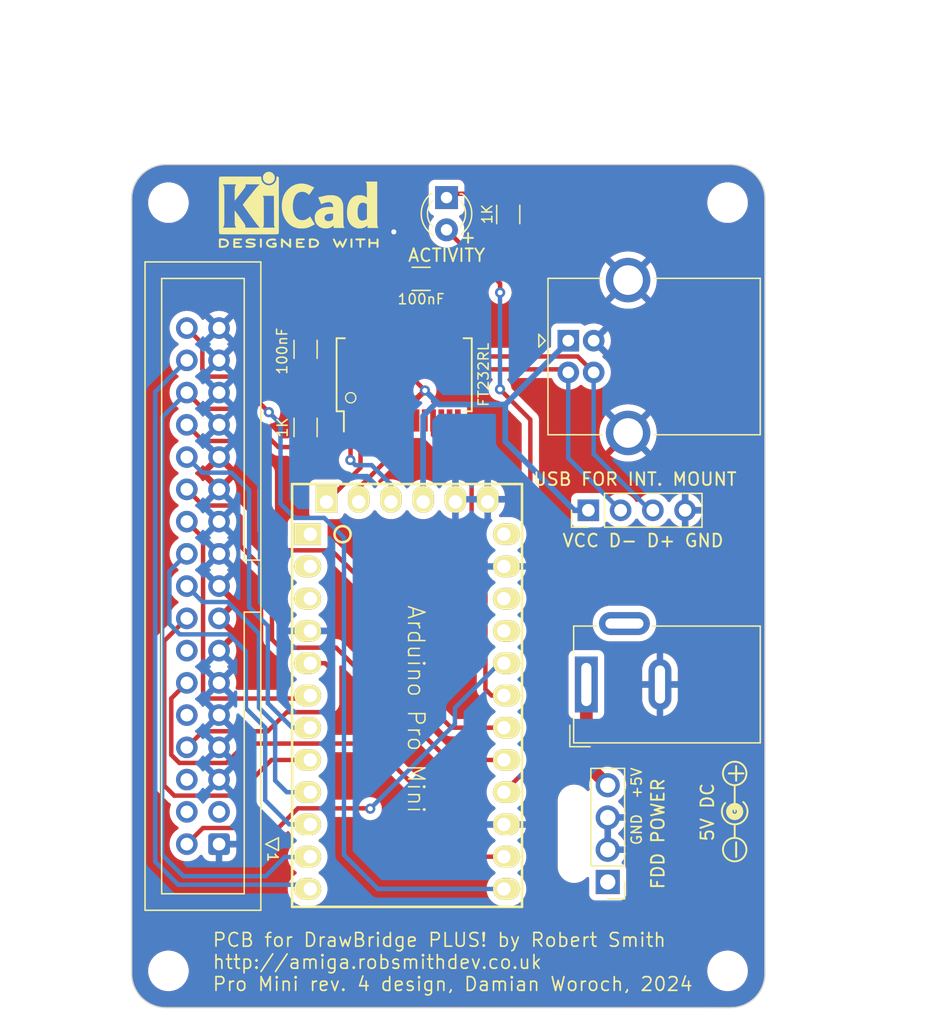
<source format=kicad_pcb>
(kicad_pcb (version 20240108) (generator "pcbnew") (generator_version "8.0")
  (title_block (title "PCB for DrawBridge PLUS!") (rev "4"))
  (layers (0 "F.Cu" signal) (31 "B.Cu" signal) (34 "B.Paste" user) (35 "F.Paste" user) (36 "B.SilkS" user "B.Silkscreen") (37 "F.SilkS" user "F.Silkscreen") (38 "B.Mask" user) (39 "F.Mask" user) (44 "Edge.Cuts" user))
  (net 0 "")
  (net 1 "GND")
  (net 2 "VCC")
  (net 3 "Net-(U1-3V3OUT)")
  (net 4 "Net-(D2-K)")
  (net 5 "Net-(D2-A)")
  (net 6 "+5V")
  (net 7 "CTS")
  (net 8 "RXD")
  (net 9 "DTR")
  (net 10 "TXD")
  (net 11 "Net-(J1-D-)")
  (net 12 "Net-(J1-D+)")
  (net 13 "Net-(J2-Pin_2)")
  (net 17 "Net-(J2-Pin_8)")
  (net 19 "Net-(J2-Pin_12)")
  (net 21 "Net-(J2-Pin_16)")
  (net 22 "Net-(J2-Pin_18)")
  (net 23 "Net-(J2-Pin_20)")
  (net 24 "Net-(J2-Pin_22)")
  (net 25 "Net-(J2-Pin_24)")
  (net 26 "Net-(J2-Pin_26)")
  (net 27 "Net-(J2-Pin_28)")
  (net 28 "Net-(J2-Pin_30)")
  (net 29 "Net-(J2-Pin_32)")
  (net 30 "Net-(J2-Pin_34)")
  (footprint "Capacitor_SMD:C_1206_3216Metric_Pad1.33x1.80mm_HandSolder" (layer "F.Cu") (at 13.7 14.55 90)
    (property "Reference" "C1" (hide yes))
    (property "Value" "100nF" (at -0.1375 -1.85 90) (layer "F.SilkS") (effects (font (size 0.8 0.8) (thickness 0.12))))
    (pad "1" smd roundrect (at -1.5625 0 90) (size 1.325 1.8) (layers "F.Cu" "F.Paste" "F.Mask") (roundrect_rratio 0.1886777358) (net 2 "VCC"))
    (pad "2" smd roundrect (at 1.5625 0 90) (size 1.325 1.8) (layers "F.Cu" "F.Paste" "F.Mask") (roundrect_rratio 0.1886777358) (net 1 "GND"))
  )
  (footprint "Capacitor_SMD:C_1206_3216Metric_Pad1.33x1.80mm_HandSolder" (layer "F.Cu") (at 22.8 9 180)
    (property "Reference" "C2" (hide yes))
    (property "Value" "100nF" (at 0 -1.6 0) (layer "F.SilkS") (effects (font (size 0.8 0.8) (thickness 0.12))))
    (pad "1" smd roundrect (at -1.5625 0 180) (size 1.325 1.8) (layers "F.Cu" "F.Paste" "F.Mask") (roundrect_rratio 0.1886777358) (net 3 "Net-(U1-3V3OUT)"))
    (pad "2" smd roundrect (at 1.5625 0 180) (size 1.325 1.8) (layers "F.Cu" "F.Paste" "F.Mask") (roundrect_rratio 0.1886777358) (net 1 "GND"))
  )
  (footprint "Connector_USB:USB_B_OST_USB-B1HSxx_Horizontal" (layer "F.Cu") (at 34.392079 13.8684)
    (property "Reference" "J1" (hide yes))
    (property "Value" "USB_B")
    (pad "1" thru_hole rect (at 0 0) (size 1.7 1.7) (drill 0.92) (layers "*.Cu" "*.Mask") (net 2 "VCC"))
    (pad "2" thru_hole circle (at 0 2.5) (size 1.7 1.7) (drill 0.92) (layers "*.Cu" "*.Mask") (net 11 "Net-(J1-D-)"))
    (pad "3" thru_hole circle (at 2 2.5) (size 1.7 1.7) (drill 0.92) (layers "*.Cu" "*.Mask") (net 12 "Net-(J1-D+)"))
    (pad "4" thru_hole circle (at 2 0) (size 1.7 1.7) (drill 0.92) (layers "*.Cu" "*.Mask") (net 1 "GND"))
    (pad "5" thru_hole circle (at 4.71 -4.77) (size 3.5 3.5) (drill 2.33) (layers "*.Cu" "*.Mask") (net 1 "GND"))
    (pad "5" thru_hole circle (at 4.71 7.27) (size 3.5 3.5) (drill 2.33) (layers "*.Cu" "*.Mask") (net 1 "GND"))
  )
  (footprint "Connector_BarrelJack:BarrelJack_Wuerth_6941xx301002" (layer "F.Cu") (at 35.814479 40.9448 90)
    (property "Reference" "J3" (hide yes))
    (property "Value" "5V DC" (at -10.0552 9.535521 90) (layer "F.SilkS"))
    (pad "1" thru_hole rect (at 0 0 90) (size 4.4 1.8) (drill oval 3.4 0.8) (layers "*.Cu" "*.Mask") (net 6 "+5V"))
    (pad "2" thru_hole oval (at 0 5.8 90) (size 4 1.8) (drill oval 3 0.8) (layers "*.Cu" "*.Mask") (net 1 "GND"))
    (pad "3" thru_hole oval (at 4.8 3 180) (size 4 1.8) (drill oval 3 0.8) (layers "*.Cu" "*.Mask"))
  )
  (footprint "Resistor_SMD:R_1206_3216Metric_Pad1.30x1.75mm_HandSolder" (layer "F.Cu") (at 13.7 20.7 -90)
    (property "Reference" "R2" (hide yes))
    (property "Value" "1K" (at 0 1.82 90) (layer "F.SilkS") (effects (font (size 0.8 0.8) (thickness 0.12))))
    (pad "1" smd roundrect (at -1.55 0 270) (size 1.3 1.75) (layers "F.Cu" "F.Paste" "F.Mask") (roundrect_rratio 0.1923076923) (net 2 "VCC"))
    (pad "2" smd roundrect (at 1.55 0 270) (size 1.3 1.75) (layers "F.Cu" "F.Paste" "F.Mask") (roundrect_rratio 0.1923076923) (net 28 "Net-(J2-Pin_30)"))
  )
  (footprint "Package_SO:SSOP-28_5.3x10.2mm_P0.65mm" (layer "F.Cu") (at 21.465479 16.552 90)
    (property "Reference" "U1" (hide yes))
    (property "Value" "FT232RL" (at 0 6.25 90) (layer "F.SilkS") (effects (font (size 0.8 0.8) (thickness 0.12))))
    (pad "1" smd rect (at -3.6 -4.225 90) (size 1.75 0.45) (layers "F.Cu" "F.Paste" "F.Mask") (net 10 "TXD"))
    (pad "2" smd rect (at -3.6 -3.575 90) (size 1.75 0.45) (layers "F.Cu" "F.Paste" "F.Mask") (net 9 "DTR"))
    (pad "3" smd rect (at -3.6 -2.925 90) (size 1.75 0.45) (layers "F.Cu" "F.Paste" "F.Mask"))
    (pad "4" smd rect (at -3.6 -2.275 90) (size 1.75 0.45) (layers "F.Cu" "F.Paste" "F.Mask") (net 2 "VCC"))
    (pad "5" smd rect (at -3.6 -1.625 90) (size 1.75 0.45) (layers "F.Cu" "F.Paste" "F.Mask") (net 8 "RXD"))
    (pad "6" smd rect (at -3.6 -0.975 90) (size 1.75 0.45) (layers "F.Cu" "F.Paste" "F.Mask"))
    (pad "7" smd rect (at -3.6 -0.325 90) (size 1.75 0.45) (layers "F.Cu" "F.Paste" "F.Mask") (net 1 "GND"))
    (pad "8" smd rect (at -3.6 0.325 90) (size 1.75 0.45) (layers "F.Cu" "F.Paste" "F.Mask"))
    (pad "9" smd rect (at -3.6 0.975 90) (size 1.75 0.45) (layers "F.Cu" "F.Paste" "F.Mask"))
    (pad "10" smd rect (at -3.6 1.625 90) (size 1.75 0.45) (layers "F.Cu" "F.Paste" "F.Mask"))
    (pad "11" smd rect (at -3.6 2.275 90) (size 1.75 0.45) (layers "F.Cu" "F.Paste" "F.Mask") (net 7 "CTS"))
    (pad "12" smd rect (at -3.6 2.925 90) (size 1.75 0.45) (layers "F.Cu" "F.Paste" "F.Mask"))
    (pad "13" smd rect (at -3.6 3.575 90) (size 1.75 0.45) (layers "F.Cu" "F.Paste" "F.Mask"))
    (pad "14" smd rect (at -3.6 4.225 90) (size 1.75 0.45) (layers "F.Cu" "F.Paste" "F.Mask"))
    (pad "15" smd rect (at 3.6 4.225 90) (size 1.75 0.45) (layers "F.Cu" "F.Paste" "F.Mask") (net 12 "Net-(J1-D+)"))
    (pad "16" smd rect (at 3.6 3.575 90) (size 1.75 0.45) (layers "F.Cu" "F.Paste" "F.Mask") (net 11 "Net-(J1-D-)"))
    (pad "17" smd rect (at 3.6 2.925 90) (size 1.75 0.45) (layers "F.Cu" "F.Paste" "F.Mask") (net 3 "Net-(U1-3V3OUT)"))
    (pad "18" smd rect (at 3.6 2.275 90) (size 1.75 0.45) (layers "F.Cu" "F.Paste" "F.Mask") (net 1 "GND"))
    (pad "19" smd rect (at 3.6 1.625 90) (size 1.75 0.45) (layers "F.Cu" "F.Paste" "F.Mask"))
    (pad "20" smd rect (at 3.6 0.975 90) (size 1.75 0.45) (layers "F.Cu" "F.Paste" "F.Mask") (net 2 "VCC"))
    (pad "21" smd rect (at 3.6 0.325 90) (size 1.75 0.45) (layers "F.Cu" "F.Paste" "F.Mask") (net 1 "GND"))
    (pad "22" smd rect (at 3.6 -0.325 90) (size 1.75 0.45) (layers "F.Cu" "F.Paste" "F.Mask"))
    (pad "23" smd rect (at 3.6 -0.975 90) (size 1.75 0.45) (layers "F.Cu" "F.Paste" "F.Mask"))
    (pad "24" smd rect (at 3.6 -1.625 90) (size 1.75 0.45) (layers "F.Cu" "F.Paste" "F.Mask"))
    (pad "25" smd rect (at 3.6 -2.275 90) (size 1.75 0.45) (layers "F.Cu" "F.Paste" "F.Mask") (net 1 "GND"))
    (pad "26" smd rect (at 3.6 -2.925 90) (size 1.75 0.45) (layers "F.Cu" "F.Paste" "F.Mask") (net 1 "GND"))
    (pad "27" smd rect (at 3.6 -3.575 90) (size 1.75 0.45) (layers "F.Cu" "F.Paste" "F.Mask"))
    (pad "28" smd rect (at 3.6 -4.225 90) (size 1.75 0.45) (layers "F.Cu" "F.Paste" "F.Mask"))
  )
  (footprint "DrawBridgePlusLib:ARDUINO_Pro-ADFRW" (layer "F.Cu") (at 21.692079 41.8084)
    (property "Reference" "U2" (hide yes))
    (property "Value" "Arduino Pro Mini" (at 0.707921 1.0916 -90) (layer "F.SilkS") (effects (font (size 1.3 1.3) (thickness 0.12))))
    (pad "1" thru_hole rect (at -7.62 -12.7 180) (size 2.12 1.7) (drill 1.05 (offset 0.21 0)) (layers "*.Cu" "*.Mask" "F.SilkS"))
    (pad "2" thru_hole oval (at -7.62 -10.16 180) (size 2.12 1.7) (drill 1.05 (offset 0.21 0)) (layers "*.Cu" "*.Mask" "F.SilkS"))
    (pad "3" thru_hole oval (at -7.62 -7.62 180) (size 2.12 1.7) (drill 1.05 (offset 0.21 0)) (layers "*.Cu" "*.Mask" "F.SilkS"))
    (pad "4" thru_hole oval (at -7.62 -5.08 180) (size 2.12 1.7) (drill 1.05 (offset 0.21 0)) (layers "*.Cu" "*.Mask" "F.SilkS") (net 1 "GND"))
    (pad "5" thru_hole oval (at -7.62 -2.54 180) (size 2.12 1.7) (drill 1.05 (offset 0.21 0)) (layers "*.Cu" "*.Mask" "F.SilkS") (net 17 "Net-(J2-Pin_8)"))
    (pad "6" thru_hole oval (at -7.62 0 180) (size 2.12 1.7) (drill 1.05 (offset 0.21 0)) (layers "*.Cu" "*.Mask" "F.SilkS") (net 24 "Net-(J2-Pin_22)"))
    (pad "7" thru_hole oval (at -7.62 2.54 180) (size 2.12 1.7) (drill 1.05 (offset 0.21 0)) (layers "*.Cu" "*.Mask" "F.SilkS") (net 26 "Net-(J2-Pin_26)"))
    (pad "8" thru_hole oval (at -7.62 5.08 180) (size 2.12 1.7) (drill 1.05 (offset 0.21 0)) (layers "*.Cu" "*.Mask" "F.SilkS") (net 21 "Net-(J2-Pin_16)"))
    (pad "9" thru_hole oval (at -7.62 7.62 180) (size 2.12 1.7) (drill 1.05 (offset 0.21 0)) (layers "*.Cu" "*.Mask" "F.SilkS") (net 22 "Net-(J2-Pin_18)"))
    (pad "10" thru_hole oval (at -7.62 10.16 180) (size 2.12 1.7) (drill 1.05 (offset 0.21 0)) (layers "*.Cu" "*.Mask" "F.SilkS") (net 23 "Net-(J2-Pin_20)"))
    (pad "11" thru_hole oval (at -7.62 12.7 180) (size 2.12 1.7) (drill 1.05 (offset 0.21 0)) (layers "*.Cu" "*.Mask" "F.SilkS") (net 28 "Net-(J2-Pin_30)"))
    (pad "12" thru_hole oval (at -7.62 15.24 180) (size 2.12 1.7) (drill 1.05 (offset 0.21 0)) (layers "*.Cu" "*.Mask" "F.SilkS") (net 29 "Net-(J2-Pin_32)"))
    (pad "13" thru_hole oval (at 7.62 15.24) (size 2.12 1.7) (drill 1.05 (offset 0.21 0)) (layers "*.Cu" "*.Mask" "F.SilkS") (net 30 "Net-(J2-Pin_34)"))
    (pad "14" thru_hole oval (at 7.62 12.7) (size 2.12 1.7) (drill 1.05 (offset 0.21 0)) (layers "*.Cu" "*.Mask" "F.SilkS") (net 19 "Net-(J2-Pin_12)"))
    (pad "15" thru_hole oval (at 7.62 10.16) (size 2.12 1.7) (drill 1.05 (offset 0.21 0)) (layers "*.Cu" "*.Mask" "F.SilkS") (net 1 "GND"))
    (pad "16" thru_hole oval (at 7.62 7.62) (size 2.12 1.7) (drill 1.05 (offset 0.21 0)) (layers "*.Cu" "*.Mask" "F.SilkS") (net 5 "Net-(D2-A)"))
    (pad "17" thru_hole oval (at 7.62 5.08) (size 2.12 1.7) (drill 1.05 (offset 0.21 0)) (layers "*.Cu" "*.Mask" "F.SilkS") (net 25 "Net-(J2-Pin_24)"))
    (pad "18" thru_hole oval (at 7.62 2.54) (size 2.12 1.7) (drill 1.05 (offset 0.21 0)) (layers "*.Cu" "*.Mask" "F.SilkS") (net 27 "Net-(J2-Pin_28)"))
    (pad "19" thru_hole oval (at 7.62 0) (size 2.12 1.7) (drill 1.05 (offset 0.21 0)) (layers "*.Cu" "*.Mask" "F.SilkS") (net 7 "CTS"))
    (pad "20" thru_hole oval (at 7.62 -2.54) (size 2.12 1.7) (drill 1.05 (offset 0.21 0)) (layers "*.Cu" "*.Mask" "F.SilkS") (net 13 "Net-(J2-Pin_2)"))
    (pad "21" thru_hole oval (at 7.62 -5.08) (size 2.12 1.7) (drill 1.05 (offset 0.21 0)) (layers "*.Cu" "*.Mask" "F.SilkS"))
    (pad "22" thru_hole oval (at 7.62 -7.62) (size 2.12 1.7) (drill 1.05 (offset 0.21 0)) (layers "*.Cu" "*.Mask" "F.SilkS"))
    (pad "23" thru_hole oval (at 7.62 -10.16) (size 2.12 1.7) (drill 1.05 (offset 0.21 0)) (layers "*.Cu" "*.Mask" "F.SilkS") (net 1 "GND"))
    (pad "24" thru_hole oval (at 7.62 -12.7) (size 2.12 1.7) (drill 1.05 (offset 0.21 0)) (layers "*.Cu" "*.Mask" "F.SilkS"))
    (pad "PRG1" thru_hole rect (at -6.35 -15.24 90) (size 2.12 1.7) (drill 1.05 (offset 0.21 0)) (layers "*.Cu" "*.Mask" "F.SilkS") (net 9 "DTR"))
    (pad "PRG2" thru_hole oval (at -3.81 -15.24 90) (size 2.12 1.7) (drill 1.05 (offset 0.21 0)) (layers "*.Cu" "*.Mask" "F.SilkS") (net 8 "RXD"))
    (pad "PRG3" thru_hole oval (at -1.27 -15.24 90) (size 2.12 1.7) (drill 1.05 (offset 0.21 0)) (layers "*.Cu" "*.Mask" "F.SilkS") (net 10 "TXD"))
    (pad "PRG4" thru_hole oval (at 1.27 -15.24 90) (size 2.12 1.7) (drill 1.05 (offset 0.21 0)) (layers "*.Cu" "*.Mask" "F.SilkS") (net 2 "VCC"))
    (pad "PRG5" thru_hole oval (at 3.81 -15.24 90) (size 2.12 1.7) (drill 1.05 (offset 0.21 0)) (layers "*.Cu" "*.Mask" "F.SilkS") (net 1 "GND"))
    (pad "PRG6" thru_hole oval (at 6.35 -15.24 90) (size 2.12 1.7) (drill 1.05 (offset 0.21 0)) (layers "*.Cu" "*.Mask" "F.SilkS") (net 1 "GND"))
  )
  (footprint "LED_THT:LED_D3.0mm_FlatTop" (layer "F.Cu") (at 24.8 2.6 -90)
    (property "Reference" "D2" (hide yes))
    (property "Value" "ACTIVITY" (at 4.5465 -0.0076 0) (layer "F.SilkS"))
    (pad "1" thru_hole rect (at 0 0 270) (size 1.8 1.8) (drill 0.9) (layers "*.Cu" "*.Mask") (net 4 "Net-(D2-K)"))
    (pad "2" thru_hole circle (at 2.54 0 270) (size 1.8 1.8) (drill 0.9) (layers "*.Cu" "*.Mask") (net 5 "Net-(D2-A)"))
  )
  (footprint "MountingHole:MountingHole_2.7mm_M2.5_DIN965" (layer "F.Cu") (at 2.896079 2.9972)
    (property "Reference" "REF**" (hide yes))
    (property "Value" "MountingHole_2.7mm_M2.5_DIN965")
    (pad "" np_thru_hole circle (at 0 0) (size 2.7 2.7) (drill 2.7) (layers "*.Cu" "*.Mask"))
  )
  (footprint "MountingHole:MountingHole_2.7mm_M2.5_DIN965" (layer "F.Cu") (at 2.896079 63.5)
    (property "Reference" "REF**" (hide yes))
    (property "Value" "MountingHole_2.7mm_M2.5_DIN965")
    (pad "" np_thru_hole circle (at 0 0) (size 2.7 2.7) (drill 2.7) (layers "*.Cu" "*.Mask"))
  )
  (footprint "MountingHole:MountingHole_2.7mm_M2.5_DIN965" (layer "F.Cu") (at 46.939679 2.9972)
    (property "Reference" "REF**" (hide yes))
    (property "Value" "MountingHole_2.7mm_M2.5_DIN965")
    (pad "" np_thru_hole circle (at 0 0) (size 2.7 2.7) (drill 2.7) (layers "*.Cu" "*.Mask"))
  )
  (footprint "MountingHole:MountingHole_2.7mm_M2.5_DIN965" (layer "F.Cu") (at 46.939679 63.5)
    (property "Reference" "REF**" (hide yes))
    (property "Value" "MountingHole_2.7mm_M2.5_DIN965")
    (pad "" np_thru_hole circle (at 0 0) (size 2.7 2.7) (drill 2.7) (layers "*.Cu" "*.Mask"))
  )
  (footprint "Symbol:KiCad-Logo2_5mm_SilkScreen" (layer "F.Cu") (at 13.15 3.55)
    (property "Reference" "REF**" (hide yes))
    (property "Value" "KiCad-Logo2_5mm_SilkScreen" (hide yes))
  )
  (footprint "Connector_PinHeader_2.54mm:PinHeader_1x04_P2.54mm_Vertical" (layer "F.Cu") (at 37.5 56.5 180)
    (property "Reference" "J4" (hide yes))
    (property "Value" "FDD POWER" (hide yes))
    (pad "1" thru_hole rect (at 0 0 180) (size 1.9 1.9) (drill 1.2) (layers "*.Cu" "*.Mask"))
    (pad "2" thru_hole oval (at 0 2.54 180) (size 1.9 1.9) (drill 1.2) (layers "*.Cu" "*.Mask") (net 1 "GND"))
    (pad "3" thru_hole oval (at 0 5.08 180) (size 1.9 1.9) (drill 1.2) (layers "*.Cu" "*.Mask") (net 1 "GND"))
    (pad "4" thru_hole oval (at 0 7.62 180) (size 1.9 1.9) (drill 1.2) (layers "*.Cu" "*.Mask") (net 6 "+5V"))
  )
  (footprint "Symbol:Symbol_Barrel_Polarity" (layer "F.Cu") (at 47.425 50.95 90)
    (property "Reference" "REF**" (hide yes))
    (property "Value" "Symbol_Barrel_Polarity")
  )
  (footprint "DrawBridgePlusLib:relief_fdd_power" (layer "F.Cu") (at 34.8524 52.702879 90)
    (property "Reference" "REF**" (hide yes))
    (property "Value" "relief_fdd_power")
    (pad "" np_thru_hole oval (at 0 0 90) (size 7.25 2.1) (drill oval 7.25 2.1) (layers "F&B.Cu" "*.Mask"))
  )
  (footprint "Connector_IDC:IDC-Header_2x17_P2.54mm_Vertical" (layer "F.Cu") (at 6.883879 53.5178 180)
    (property "Reference" "J2" (hide yes))
    (property "Value" "IDC34")
    (pad "1" thru_hole roundrect (at 0 0 180) (size 1.7 1.7) (drill 1) (layers "*.Cu" "*.Mask") (roundrect_rratio 0.1470588235) (net 1 "GND"))
    (pad "2" thru_hole circle (at 2.54 0 180) (size 1.7 1.7) (drill 1) (layers "*.Cu" "*.Mask") (net 13 "Net-(J2-Pin_2)"))
    (pad "3" thru_hole circle (at 0 2.54 180) (size 1.7 1.7) (drill 1) (layers "*.Cu" "*.Mask"))
    (pad "4" thru_hole circle (at 2.54 2.54 180) (size 1.7 1.7) (drill 1) (layers "*.Cu" "*.Mask"))
    (pad "5" thru_hole circle (at 0 5.08 180) (size 1.7 1.7) (drill 1) (layers "*.Cu" "*.Mask") (net 1 "GND"))
    (pad "6" thru_hole circle (at 2.54 5.08 180) (size 1.7 1.7) (drill 1) (layers "*.Cu" "*.Mask"))
    (pad "7" thru_hole circle (at 0 7.62 180) (size 1.7 1.7) (drill 1) (layers "*.Cu" "*.Mask") (net 1 "GND"))
    (pad "8" thru_hole circle (at 2.54 7.62 180) (size 1.7 1.7) (drill 1) (layers "*.Cu" "*.Mask") (net 17 "Net-(J2-Pin_8)"))
    (pad "9" thru_hole circle (at 0 10.16 180) (size 1.7 1.7) (drill 1) (layers "*.Cu" "*.Mask") (net 1 "GND"))
    (pad "10" thru_hole circle (at 2.54 10.16 180) (size 1.7 1.7) (drill 1) (layers "*.Cu" "*.Mask"))
    (pad "11" thru_hole circle (at 0 12.7 180) (size 1.7 1.7) (drill 1) (layers "*.Cu" "*.Mask") (net 1 "GND"))
    (pad "12" thru_hole circle (at 2.54 12.7 180) (size 1.7 1.7) (drill 1) (layers "*.Cu" "*.Mask") (net 19 "Net-(J2-Pin_12)"))
    (pad "13" thru_hole circle (at 0 15.24 180) (size 1.7 1.7) (drill 1) (layers "*.Cu" "*.Mask") (net 1 "GND"))
    (pad "14" thru_hole circle (at 2.54 15.24 180) (size 1.7 1.7) (drill 1) (layers "*.Cu" "*.Mask"))
    (pad "15" thru_hole circle (at 0 17.78 180) (size 1.7 1.7) (drill 1) (layers "*.Cu" "*.Mask") (net 1 "GND"))
    (pad "16" thru_hole circle (at 2.54 17.78 180) (size 1.7 1.7) (drill 1) (layers "*.Cu" "*.Mask") (net 21 "Net-(J2-Pin_16)"))
    (pad "17" thru_hole circle (at 0 20.32 180) (size 1.7 1.7) (drill 1) (layers "*.Cu" "*.Mask") (net 1 "GND"))
    (pad "18" thru_hole circle (at 2.54 20.32 180) (size 1.7 1.7) (drill 1) (layers "*.Cu" "*.Mask") (net 22 "Net-(J2-Pin_18)"))
    (pad "19" thru_hole circle (at 0 22.86 180) (size 1.7 1.7) (drill 1) (layers "*.Cu" "*.Mask") (net 1 "GND"))
    (pad "20" thru_hole circle (at 2.54 22.86 180) (size 1.7 1.7) (drill 1) (layers "*.Cu" "*.Mask") (net 23 "Net-(J2-Pin_20)"))
    (pad "21" thru_hole circle (at 0 25.4 180) (size 1.7 1.7) (drill 1) (layers "*.Cu" "*.Mask") (net 1 "GND"))
    (pad "22" thru_hole circle (at 2.54 25.4 180) (size 1.7 1.7) (drill 1) (layers "*.Cu" "*.Mask") (net 24 "Net-(J2-Pin_22)"))
    (pad "23" thru_hole circle (at 0 27.94 180) (size 1.7 1.7) (drill 1) (layers "*.Cu" "*.Mask") (net 1 "GND"))
    (pad "24" thru_hole circle (at 2.54 27.94 180) (size 1.7 1.7) (drill 1) (layers "*.Cu" "*.Mask") (net 25 "Net-(J2-Pin_24)"))
    (pad "25" thru_hole circle (at 0 30.48 180) (size 1.7 1.7) (drill 1) (layers "*.Cu" "*.Mask") (net 1 "GND"))
    (pad "26" thru_hole circle (at 2.54 30.48 180) (size 1.7 1.7) (drill 1) (layers "*.Cu" "*.Mask") (net 26 "Net-(J2-Pin_26)"))
    (pad "27" thru_hole circle (at 0 33.02 180) (size 1.7 1.7) (drill 1) (layers "*.Cu" "*.Mask") (net 1 "GND"))
    (pad "28" thru_hole circle (at 2.54 33.02 180) (size 1.7 1.7) (drill 1) (layers "*.Cu" "*.Mask") (net 27 "Net-(J2-Pin_28)"))
    (pad "29" thru_hole circle (at 0 35.56 180) (size 1.7 1.7) (drill 1) (layers "*.Cu" "*.Mask") (net 1 "GND"))
    (pad "30" thru_hole circle (at 2.54 35.56 180) (size 1.7 1.7) (drill 1) (layers "*.Cu" "*.Mask") (net 28 "Net-(J2-Pin_30)"))
    (pad "31" thru_hole circle (at 0 38.1 180) (size 1.7 1.7) (drill 1) (layers "*.Cu" "*.Mask") (net 1 "GND"))
    (pad "32" thru_hole circle (at 2.54 38.1 180) (size 1.7 1.7) (drill 1) (layers "*.Cu" "*.Mask") (net 29 "Net-(J2-Pin_32)"))
    (pad "33" thru_hole circle (at 0 40.64 180) (size 1.7 1.7) (drill 1) (layers "*.Cu" "*.Mask") (net 1 "GND"))
    (pad "34" thru_hole circle (at 2.54 40.64 180) (size 1.7 1.7) (drill 1) (layers "*.Cu" "*.Mask") (net 30 "Net-(J2-Pin_34)"))
  )
  (footprint "Resistor_SMD:R_1206_3216Metric_Pad1.30x1.75mm_HandSolder" (layer "F.Cu") (at 29.662879 3.9276 -90)
    (property "Reference" "R4" (hide yes))
    (property "Value" "1K" (at -0.0276 1.662879 90) (layer "F.SilkS") (effects (font (size 0.8 0.8) (thickness 0.12))))
    (pad "1" smd roundrect (at -1.55 0 270) (size 1.3 1.75) (layers "F.Cu" "F.Paste" "F.Mask") (roundrect_rratio 0.1923076923) (net 4 "Net-(D2-K)"))
    (pad "2" smd roundrect (at 1.55 0 270) (size 1.3 1.75) (layers "F.Cu" "F.Paste" "F.Mask") (roundrect_rratio 0.1923076923) (net 1 "GND"))
  )
  (footprint "Connector_PinHeader_2.54mm:PinHeader_1x04_P2.54mm_Vertical" (layer "F.Cu") (at 35.975 27.225 90)
    (property "Reference" "J5" (hide yes))
    (property "Value" "USB FOR INT. MOUNT" (at 2.45 3.67 180) (layer "F.SilkS"))
    (pad "1" thru_hole rect (at 0 0 90) (size 1.7 1.7) (drill 1) (layers "*.Cu" "*.Mask") (net 2 "VCC"))
    (pad "2" thru_hole oval (at 0 2.54 90) (size 1.7 1.7) (drill 1) (layers "*.Cu" "*.Mask") (net 11 "Net-(J1-D-)"))
    (pad "3" thru_hole oval (at 0 5.08 90) (size 1.7 1.7) (drill 1) (layers "*.Cu" "*.Mask") (net 12 "Net-(J1-D+)"))
    (pad "4" thru_hole oval (at 0 7.62 90) (size 1.7 1.7) (drill 1) (layers "*.Cu" "*.Mask") (net 1 "GND"))
  )
  (gr_arc (start 47.193679 0) (mid 49.097832 0.788726) (end 49.886558 2.692879) (stroke (width 0.1)) (layer "Edge.Cuts"))
  (gr_arc (start 0 2.692879) (mid 0.788726 0.788726) (end 2.692879 0) (stroke (width 0.1)) (layer "Edge.Cuts"))
  (gr_arc (start 2.692879 66.3956) (mid 0.788726 65.606874) (end 0 63.702721) (stroke (width 0.1)) (layer "Edge.Cuts"))
  (gr_line (start 0 63.702721) (end 0 2.692879) (stroke (width 0.1)) (layer "Edge.Cuts"))
  (gr_line (start 2.692879 0) (end 47.193679 0) (stroke (width 0.1)) (layer "Edge.Cuts"))
  (gr_arc (start 49.886079 63.7032) (mid 49.097353 65.607353) (end 47.1932 66.396079) (stroke (width 0.1)) (layer "Edge.Cuts"))
  (gr_line (start 49.886558 2.692879) (end 49.886079 63.7032) (stroke (width 0.1)) (layer "Edge.Cuts"))
  (gr_line (start 47.1932 66.396079) (end 2.692879 66.3956) (stroke (width 0.1)) (layer "Edge.Cuts"))
  (gr_text "1" (at 11.102879 54.5476 270) (layer "F.SilkS") (effects (font (size 0.8 0.8) (thickness 0.13))))
  (gr_text "+" (at 47.5 47.95 90) (layer "F.SilkS") (effects (font (size 1.5 1.5) (thickness 0.16))))
  (gr_text "-" (at 47.5 53.95 90) (layer "F.SilkS") (effects (font (size 1.5 1.5) (thickness 0.16))))
  (gr_text "+" (at 26.5 5.7 0) (layer "F.SilkS") (effects (font (size 1 1))))
  (gr_text "◯" (at 17.252879 18.3976 0) (layer "F.SilkS") (effects (font (size 0.8 0.8) (thickness 0.1))))
  (gr_text "PCB for DrawBridge PLUS! by Robert Smith\nhttp://amiga.robsmithdev.co.uk\nPro Mini rev. 4 design, Damian Woroch, 2024" (at 6.3 62.8 0) (layer "F.SilkS") (effects (font (size 1.08 1.08) (thickness 0.13)) (justify left)))
  (gr_text "VCC D- D+ GND" (at 33.85 30.2 0) (layer "F.SilkS") (effects (font (size 1 1)) (justify left bottom)))
  (gr_text "       GND  +5V" (at 39.775 52.675 90) (layer "F.SilkS") (effects (font (size 0.8 0.8) (thickness 0.125))))
  (gr_text "FDD POWER" (at 41.4524 52.702879 90) (layer "F.SilkS") (effects (font (size 1 1))))
  (segment (start 21.790479 11.3) (end 21.790479 12.952) (width 0.35) (layer "F.Cu") (net 1))
  (segment (start 21.140479 20.152) (end 21.140479 22.0586) (width 0.35) (layer "F.Cu") (net 1))
  (segment (start 19.190479 12.952) (end 19.190479 11.2) (width 0.35) (layer "F.Cu") (net 1))
  (segment (start 18.540479 12.952) (end 18.540479 11.2) (width 0.35) (layer "F.Cu") (net 1))
  (segment (start 23.740479 12.952) (end 23.740479 11.3) (width 0.35) (layer "F.Cu") (net 1))
  (via (at 20.65 5.3) (size 0.8) (drill 0.4) (layers "F.Cu" "B.Cu") (net 1))
  (segment (start 22.440479 12.952) (end 22.440479 17.130479) (width 0.35) (layer "F.Cu") (net 2))
  (segment (start 19.3062 18.4062) (end 17.8625 16.9625) (width 0.45) (layer "F.Cu") (net 2))
  (segment (start 15.6625 16.9625) (end 14.8125 16.1125) (width 0.45) (layer "F.Cu") (net 2))
  (segment (start 13.7 16.1125) (end 13.7 19.15) (width 0.45) (layer "F.Cu") (net 2))
  (segment (start 19.763679 18.4062) (end 22.4838 18.4062) (width 0.45) (layer "F.Cu") (net 2))
  (segment (start 19.190479 18.9794) (end 19.763679 18.4062) (width 0.35) (layer "F.Cu") (net 2))
  (segment (start 22.440479 17.130479) (end 23.1 17.79) (width 0.35) (layer "F.Cu") (net 2))
  (segment (start 14.8125 16.1125) (end 13.7 16.1125) (width 0.45) (layer "F.Cu") (net 2))
  (segment (start 17.8625 16.9625) (end 15.6625 16.9625) (width 0.45) (layer "F.Cu") (net 2))
  (segment (start 22.4838 18.4062) (end 23.1 17.79) (width 0.45) (layer "F.Cu") (net 2))
  (segment (start 19.190479 20.152) (end 19.190479 18.9794) (width 0.35) (layer "F.Cu") (net 2))
  (segment (start 19.763679 18.4062) (end 19.3062 18.4062) (width 0.45) (layer "F.Cu") (net 2))
  (via (at 23.1 17.79) (size 0.8) (drill 0.4) (layers "F.Cu" "B.Cu") (net 2))
  (segment (start 22.952879 19.812208) (end 22.952879 26.5592) (width 0.45) (layer "B.Cu") (net 2))
  (segment (start 22.952879 26.5592) (end 22.962079 26.5684) (width 0.45) (layer "B.Cu") (net 2))
  (segment (start 24.042483 18.722604) (end 22.952879 19.812208) (width 0.45) (layer "B.Cu") (net 2))
  (segment (start 34.85 27.225) (end 35.975 27.225) (width 0.45) (layer "B.Cu") (net 2))
  (segment (start 24.211693 18.891814) (end 24.042483 18.722604) (width 0.45) (layer "B.Cu") (net 2))
  (segment (start 24.042483 18.722604) (end 23.109879 17.79) (width 0.45) (layer "B.Cu") (net 2))
  (segment (start 23.109879 17.79) (end 23.1 17.79) (width 0.45) (layer "B.Cu") (net 2))
  (segment (start 34.392079 13.8684) (end 34.392079 13.929404) (width 0.45) (layer "B.Cu") (net 2))
  (segment (start 29.429669 18.891814) (end 29.429669 21.804669) (width 0.45) (layer "B.Cu") (net 2))
  (segment (start 29.429669 21.804669) (end 34.85 27.225) (width 0.45) (layer "B.Cu") (net 2))
  (segment (start 29.429669 18.891814) (end 24.211693 18.891814) (width 0.45) (layer "B.Cu") (net 2))
  (segment (start 34.392079 13.929404) (end 29.429669 18.891814) (width 0.45) (layer "B.Cu") (net 2))
  (segment (start 24.3625 10.3) (end 24.3625 9) (width 0.35) (layer "F.Cu") (net 3))
  (segment (start 24.390479 10.327979) (end 24.3625 10.3) (width 0.35) (layer "F.Cu") (net 3))
  (segment (start 24.390479 12.952) (end 24.390479 10.327979) (width 0.35) (layer "F.Cu") (net 3))
  (segment (start 25.1 2.3) (end 24.8 2.6) (width 0.35) (layer "F.Cu") (net 4))
  (segment (start 29.585279 2.3) (end 25.1 2.3) (width 0.35) (layer "F.Cu") (net 4))
  (segment (start 29.662879 2.3776) (end 29.585279 2.3) (width 0.35) (layer "F.Cu") (net 4))
  (segment (start 31.402879 20.089213) (end 29.013666 17.7) (width 0.35) (layer "F.Cu") (net 5))
  (segment (start 29.312079 49.4284) (end 31.402879 47.3376) (width 0.35) (layer "F.Cu") (net 5))
  (segment (start 29.021398 9.361398) (end 29.021398 10.078602) (width 0.35) (layer "F.Cu") (net 5))
  (segment (start 31.402879 47.3376) (end 31.402879 20.089213) (width 0.35) (layer "F.Cu") (net 5))
  (segment (start 24.8 5.14) (end 29.021398 9.361398) (width 0.35) (layer "F.Cu") (net 5))
  (via (at 29.021398 10.078602) (size 0.8) (drill 0.4) (layers "F.Cu" "B.Cu") (net 5))
  (via (at 29.013666 17.7) (size 0.8) (drill 0.4) (layers "F.Cu" "B.Cu") (net 5))
  (segment (start 29.013666 10.086334) (end 29.013666 17.7) (width 0.35) (layer "B.Cu") (net 5))
  (segment (start 29.021398 10.078602) (end 29.013666 10.086334) (width 0.35) (layer "B.Cu") (net 5))
  (segment (start 35.814479 40.9448) (end 35.814479 47.194479) (width 1) (layer "F.Cu") (net 6))
  (segment (start 35.814479 47.194479) (end 37.5 48.88) (width 1) (layer "F.Cu") (net 6))
  (segment (start 28.346879 41.8084) (end 29.312079 41.8084) (width 0.35) (layer "F.Cu") (net 7))
  (segment (start 23.740479 20.152) (end 23.740479 21.290479) (width 0.35) (layer "F.Cu") (net 7))
  (segment (start 26.777879 24.327879) (end 26.777879 28.6476) (width 0.35) (layer "F.Cu") (net 7))
  (segment (start 26.777879 28.6476) (end 27.864279 29.734) (width 0.35) (layer "F.Cu") (net 7))
  (segment (start 27.864279 29.734) (end 27.864279 41.3258) (width 0.35) (layer "F.Cu") (net 7))
  (segment (start 23.740479 21.290479) (end 26.777879 24.327879) (width 0.35) (layer "F.Cu") (net 7))
  (segment (start 27.864279 41.3258) (end 28.346879 41.8084) (width 0.35) (layer "F.Cu") (net 7))
  (segment (start 19.840479 23.51) (end 17.882079 25.4684) (width 0.35) (layer "F.Cu") (net 8))
  (segment (start 19.840479 20.152) (end 19.840479 23.51) (width 0.35) (layer "F.Cu") (net 8))
  (segment (start 17.882079 25.4684) (end 17.882079 26.5684) (width 0.35) (layer "F.Cu") (net 8))
  (segment (start 17.890479 20.152) (end 17.890479 22.4602) (width 0.35) (layer "F.Cu") (net 9))
  (segment (start 18.027879 22.5976) (end 18.027879 23.8726) (width 0.35) (layer "F.Cu") (net 9))
  (segment (start 17.890479 22.4602) (end 18.027879 22.5976) (width 0.35) (layer "F.Cu") (net 9))
  (segment (start 15.342079 26.5584) (end 15.342079 26.5684) (width 0.35) (layer "F.Cu") (net 9))
  (segment (start 18.027879 23.8726) (end 15.342079 26.5584) (width 0.35) (layer "F.Cu") (net 9))
  (segment (start 17.240479 23.259994) (end 17.227879 23.272594) (width 0.35) (layer "F.Cu") (net 10))
  (segment (start 17.240479 20.152) (end 17.240479 23.259994) (width 0.35) (layer "F.Cu") (net 10))
  (via (at 17.227879 23.272594) (size 0.8) (drill 0.4) (layers "F.Cu" "B.Cu") (net 10))
  (segment (start 20.422079 26.5684) (end 20.422079 25.1918) (width 0.35) (layer "B.Cu") (net 10))
  (segment (start 17.627878 23.672593) (end 17.227879 23.272594) (width 0.35) (layer "B.Cu") (net 10))
  (segment (start 20.422079 25.1918) (end 18.902872 23.672593) (width 0.35) (layer "B.Cu") (net 10))
  (segment (start 18.902872 23.672593) (end 17.627878 23.672593) (width 0.35) (layer "B.Cu") (net 10))
  (segment (start 26.502079 16.1276) (end 25.040479 14.666) (width 0.35) (layer "F.Cu") (net 11))
  (segment (start 34.151279 16.1276) (end 26.502079 16.1276) (width 0.35) (layer "F.Cu") (net 11))
  (segment (start 34.392079 16.3684) (end 34.151279 16.1276) (width 0.35) (layer "F.Cu") (net 11))
  (segment (start 25.040479 14.666) (end 25.040479 12.952) (width 0.35) (layer "F.Cu") (net 11))
  (segment (start 38.515 27.225) (end 38.5 27.225) (width 0.35) (layer "B.Cu") (net 11))
  (segment (start 34.392079 23.117079) (end 34.392079 16.3684) (width 0.35) (layer "B.Cu") (net 11))
  (segment (start 38.5 27.225) (end 34.392079 23.117079) (width 0.35) (layer "B.Cu") (net 11))
  (segment (start 26.418279 15.113) (end 35.136679 15.113) (width 0.35) (layer "F.Cu") (net 12))
  (segment (start 25.690479 14.3852) (end 26.418279 15.113) (width 0.35) (layer "F.Cu") (net 12))
  (segment (start 35.136679 15.113) (end 36.392079 16.3684) (width 0.35) (layer "F.Cu") (net 12))
  (segment (start 25.690479 12.952) (end 25.690479 14.3852) (width 0.35) (layer "F.Cu") (net 12))
  (segment (start 36.392079 16.3684) (end 36.392079 22.792079) (width 0.35) (layer "B.Cu") (net 12))
  (segment (start 40.825 27.225) (end 41.055 27.225) (width 0.35) (layer "B.Cu") (net 12))
  (segment (start 36.392079 22.792079) (end 40.825 27.225) (width 0.35) (layer "B.Cu") (net 12))
  (segment (start 18.762879 50.6976) (end 18.792879 50.7276) (width 0.35) (layer "F.Cu") (net 13))
  (segment (start 13.092879 50.6976) (end 18.762879 50.6976) (width 0.35) (layer "F.Cu") (net 13))
  (segment (start 5.614079 52.2476) (end 11.542879 52.2476) (width 0.35) (layer "F.Cu") (net 13))
  (segment (start 11.542879 52.2476) (end 13.092879 50.6976) (width 0.35) (layer "F.Cu") (net 13))
  (segment (start 4.343879 53.5178) (end 5.614079 52.2476) (width 0.35) (layer "F.Cu") (net 13))
  (via (at 18.792879 50.7276) (size 0.8) (drill 0.4) (layers "F.Cu" "B.Cu") (net 13))
  (segment (start 25.462879 44.0576) (end 18.792879 50.7276) (width 0.35) (layer "B.Cu") (net 13))
  (segment (start 29.312079 39.2684) (end 28.982079 39.2684) (width 0.35) (layer "B.Cu") (net 13))
  (segment (start 28.982079 39.2684) (end 25.462879 42.7876) (width 0.35) (layer "B.Cu") (net 13))
  (segment (start 25.462879 42.7876) (end 25.462879 44.0576) (width 0.35) (layer "B.Cu") (net 13))
  (segment (start 4.343879 45.8978) (end 5.613879 44.6278) (width 0.35) (layer "F.Cu") (net 17))
  (segment (start 10.7222 44.6278) (end 12.2266 43.1234) (width 0.35) (layer "F.Cu") (net 17))
  (segment (start 15.672279 39.7002) (end 15.240479 39.2684) (width 0.35) (layer "F.Cu") (net 17))
  (segment (start 15.240479 39.2684) (end 14.072079 39.2684) (width 0.35) (layer "F.Cu") (net 17))
  (segment (start 12.2266 43.1234) (end 14.992279 43.1234) (width 0.35) (layer "F.Cu") (net 17))
  (segment (start 15.672279 42.4434) (end 15.672279 39.7002) (width 0.35) (layer "F.Cu") (net 17))
  (segment (start 5.613879 44.6278) (end 10.7222 44.6278) (width 0.35) (layer "F.Cu") (net 17))
  (segment (start 14.992279 43.1234) (end 15.672279 42.4434) (width 0.35) (layer "F.Cu") (net 17))
  (segment (start 7.47188 47.122801) (end 3.755878 47.122801) (width 0.35) (layer "F.Cu") (net 19))
  (segment (start 29.312079 54.5084) (end 27.843679 54.5084) (width 0.35) (layer "F.Cu") (net 19))
  (segment (start 3.118878 42.042801) (end 4.343879 40.8178) (width 0.35) (layer "F.Cu") (net 19))
  (segment (start 27.843679 54.5084) (end 18.932879 45.5976) (width 0.35) (layer "F.Cu") (net 19))
  (segment (start 3.755878 47.122801) (end 3.118878 46.485801) (width 0.35) (layer "F.Cu") (net 19))
  (segment (start 8.997081 45.5976) (end 7.47188 47.122801) (width 0.35) (layer "F.Cu") (net 19))
  (segment (start 18.932879 45.5976) (end 8.997081 45.5976) (width 0.35) (layer "F.Cu") (net 19))
  (segment (start 3.118878 46.485801) (end 3.118878 42.042801) (width 0.35) (layer "F.Cu") (net 19))
  (segment (start 11.012079 46.8884) (end 8.202879 49.6976) (width 0.35) (layer "F.Cu") (net 21))
  (segment (start 2.568867 48.913588) (end 2.568867 37.512812) (width 0.35) (layer "F.Cu") (net 21))
  (segment (start 3.352879 49.6976) (end 2.568867 48.913588) (width 0.35) (layer "F.Cu") (net 21))
  (segment (start 2.568867 37.512812) (end 3.49388 36.587799) (width 0.35) (layer "F.Cu") (net 21))
  (segment (start 14.072079 46.8884) (end 11.012079 46.8884) (width 0.35) (layer "F.Cu") (net 21))
  (segment (start 8.202879 49.6976) (end 3.352879 49.6976) (width 0.35) (layer "F.Cu") (net 21))
  (segment (start 3.49388 36.587799) (end 4.343879 35.7378) (width 0.35) (layer "F.Cu") (net 21))
  (segment (start 11.302879 44.052879) (end 11.302879 48.5134) (width 0.35) (layer "B.Cu") (net 22))
  (segment (start 11.302879 48.5134) (end 12.217879 49.4284) (width 0.35) (layer "B.Cu") (net 22))
  (segment (start 7.555279 34.45) (end 10.025499 36.92022) (width 0.35) (layer "B.Cu") (net 22))
  (segment (start 5.596079 34.45) (end 7.555279 34.45) (width 0.35) (layer "B.Cu") (net 22))
  (segment (start 10.025499 42.775499) (end 11.302879 44.052879) (width 0.35) (layer "B.Cu") (net 22))
  (segment (start 12.217879 49.4284) (end 14.072079 49.4284) (width 0.35) (layer "B.Cu") (net 22))
  (segment (start 10.025499 36.92022) (end 10.025499 42.775499) (width 0.35) (layer "B.Cu") (net 22))
  (segment (start 4.343879 33.1978) (end 5.596079 34.45) (width 0.35) (layer "B.Cu") (net 22))
  (segment (start 9.002879 42.827879) (end 9.002879 38.3476) (width 0.35) (layer "B.Cu") (net 23))
  (segment (start 14.072079 51.9684) (end 12.421079 51.9684) (width 0.35) (layer "B.Cu") (net 23))
  (segment (start 2.972279 32.0294) (end 4.343879 30.6578) (width 0.35) (layer "B.Cu") (net 23))
  (segment (start 10.516079 44.341079) (end 9.002879 42.827879) (width 0.35) (layer "B.Cu") (net 23))
  (segment (start 7.652879 36.9976) (end 3.790677 36.9976) (width 0.35) (layer "B.Cu") (net 23))
  (segment (start 12.421079 51.9684) (end 10.516079 50.0634) (width 0.35) (layer "B.Cu") (net 23))
  (segment (start 10.516079 50.0634) (end 10.516079 44.341079) (width 0.35) (layer "B.Cu") (net 23))
  (segment (start 2.972279 36.179202) (end 2.972279 32.0294) (width 0.35) (layer "B.Cu") (net 23))
  (segment (start 3.790677 36.9976) (end 2.972279 36.179202) (width 0.35) (layer "B.Cu") (net 23))
  (segment (start 9.002879 38.3476) (end 7.652879 36.9976) (width 0.35) (layer "B.Cu") (net 23))
  (segment (start 13.830479 42.05) (end 14.072079 41.8084) (width 0.35) (layer "F.Cu") (net 24))
  (segment (start 6.05 42.05) (end 13.830479 42.05) (width 0.35) (layer "F.Cu") (net 24))
  (segment (start 5.625 41.625) (end 6.05 42.05) (width 0.35) (layer "F.Cu") (net 24))
  (segment (start 5.625 29.398921) (end 5.625 41.625) (width 0.35) (layer "F.Cu") (net 24))
  (segment (start 4.343879 28.1178) (end 5.625 29.398921) (width 0.35) (layer "F.Cu") (net 24))
  (segment (start 14.072079 41.8084) (end 13.970479 41.91) (width 0.35) (layer "F.Cu") (net 24))
  (segment (start 8.575 27.725) (end 8.575 30.05) (width 0.35) (layer "F.Cu") (net 25))
  (segment (start 11.049479 37.399479) (end 11.7 38.05) (width 0.35) (layer "F.Cu") (net 25))
  (segment (start 11.049479 32.524479) (end 11.049479 37.399479) (width 0.35) (layer "F.Cu") (net 25))
  (segment (start 13.138067 38.05) (end 13.144667 38.0434) (width 0.35) (layer "F.Cu") (net 25))
  (segment (start 11.7 38.05) (end 13.138067 38.05) (width 0.35) (layer "F.Cu") (net 25))
  (segment (start 16.098279 38.0434) (end 24.943279 46.8884) (width 0.35) (layer "F.Cu") (net 25))
  (segment (start 24.943279 46.8884) (end 29.312079 46.8884) (width 0.35) (layer "F.Cu") (net 25))
  (segment (start 5.616079 26.85) (end 7.7 26.85) (width 0.35) (layer "F.Cu") (net 25))
  (segment (start 7.7 26.85) (end 8.575 27.725) (width 0.35) (layer "F.Cu") (net 25))
  (segment (start 13.144667 38.0434) (end 16.098279 38.0434) (width 0.35) (layer "F.Cu") (net 25))
  (segment (start 4.343879 25.5778) (end 5.616079 26.85) (width 0.35) (layer "F.Cu") (net 25))
  (segment (start 8.575 30.05) (end 11.049479 32.524479) (width 0.35) (layer "F.Cu") (net 25))
  (segment (start 9.25 34.85) (end 9.25 25.65) (width 0.35) (layer "B.Cu") (net 26))
  (segment (start 14.072079 44.3484) (end 12.6484 44.3484) (width 0.35) (layer "B.Cu") (net 26))
  (segment (start 9.25 25.65) (end 7.862801 24.262801) (width 0.35) (layer "B.Cu") (net 26))
  (segment (start 5.56888 24.262801) (end 4.343879 23.0378) (width 0.35) (layer "B.Cu") (net 26))
  (segment (start 10.725 36.325) (end 9.25 34.85) (width 0.35) (layer "B.Cu") (net 26))
  (segment (start 10.725 42.425) (end 10.725 36.325) (width 0.35) (layer "B.Cu") (net 26))
  (segment (start 7.862801 24.262801) (end 5.56888 24.262801) (width 0.35) (layer "B.Cu") (net 26))
  (segment (start 12.6484 44.3484) (end 10.725 42.425) (width 0.35) (layer "B.Cu") (net 26))
  (segment (start 20.227879 39.4044) (end 25.171879 44.3484) (width 0.35) (layer "F.Cu") (net 27))
  (segment (start 15.748479 30.3784) (end 20.227879 34.8578) (width 0.35) (layer "F.Cu") (net 27))
  (segment (start 5.613879 21.7678) (end 8.1178 21.7678) (width 0.35) (layer "F.Cu") (net 27))
  (segment (start 8.1178 21.7678) (end 10.6 24.25) (width 0.35) (layer "F.Cu") (net 27))
  (segment (start 12.2284 30.3784) (end 15.748479 30.3784) (width 0.35) (layer "F.Cu") (net 27))
  (segment (start 25.171879 44.3484) (end 29.312079 44.3484) (width 0.35) (layer "F.Cu") (net 27))
  (segment (start 20.227879 34.8578) (end 20.227879 39.4044) (width 0.35) (layer "F.Cu") (net 27))
  (segment (start 4.343879 20.4978) (end 5.613879 21.7678) (width 0.35) (layer "F.Cu") (net 27))
  (segment (start 10.6 24.25) (end 10.6 28.75) (width 0.35) (layer "F.Cu") (net 27))
  (segment (start 10.6 28.75) (end 12.2284 30.3784) (width 0.35) (layer "F.Cu") (net 27))
  (segment (start 8.533175 19.233175) (end 11.55 22.25) (width 0.35) (layer "F.Cu") (net 28))
  (segment (start 5.619254 19.233175) (end 8.533175 19.233175) (width 0.35) (layer "F.Cu") (net 28))
  (segment (start 4.343879 17.9578) (end 5.619254 19.233175) (width 0.35) (layer "F.Cu") (net 28))
  (segment (start 11.55 22.25) (end 13.7 22.25) (width 0.35) (layer "F.Cu") (net 28))
  (segment (start 4.069679 56.0376) (end 2.402879 54.3708) (width 0.35) (layer "B.Cu") (net 28))
  (segment (start 2.402879 19.8988) (end 4.343879 17.9578) (width 0.35) (layer "B.Cu") (net 28))
  (segment (start 14.072079 54.5084) (end 14.046679 54.5338) (width 0.35) (layer "B.Cu") (net 28))
  (segment (start 12.065479 54.5338) (end 10.561679 56.0376) (width 0.35) (layer "B.Cu") (net 28))
  (segment (start 14.046679 54.5338) (end 12.065479 54.5338) (width 0.35) (layer "B.Cu") (net 28))
  (segment (start 2.402879 54.3708) (end 2.402879 19.8988) (width 0.35) (layer "B.Cu") (net 28))
  (segment (start 10.561679 56.0376) (end 4.069679 56.0376) (width 0.35) (layer "B.Cu") (net 28))
  (segment (start 1.852879 54.8976) (end 1.852879 17.9088) (width 0.35) (layer "B.Cu") (net 29))
  (segment (start 3.672879 56.7176) (end 1.852879 54.8976) (width 0.35) (layer "B.Cu") (net 29))
  (segment (start 3.49388 16.267799) (end 4.343879 15.4178) (width 0.35) (layer "B.Cu") (net 29))
  (segment (start 1.852879 17.9088) (end 3.49388 16.267799) (width 0.35) (layer "B.Cu") (net 29))
  (segment (start 14.072079 57.0484) (end 13.741279 56.7176) (width 0.35) (layer "B.Cu") (net 29))
  (segment (start 13.741279 56.7176) (end 3.672879 56.7176) (width 0.35) (layer "B.Cu") (net 29))
  (segment (start 5.568879 14.1028) (end 5.568879 16.118879) (width 0.35) (layer "F.Cu") (net 30))
  (segment (start 4.343879 12.8778) (end 5.568879 14.1028) (width 0.35) (layer "F.Cu") (net 30))
  (segment (start 6.1476 16.6976) (end 8.002869 16.6976) (width 0.35) (layer "F.Cu") (net 30))
  (segment (start 5.568879 16.118879) (end 6.1476 16.6976) (width 0.35) (layer "F.Cu") (net 30))
  (segment (start 8.002869 16.6976) (end 10.802869 19.4976) (width 0.35) (layer "F.Cu") (net 30))
  (via (at 10.802869 19.4976) (size 0.8) (drill 0.4) (layers "F.Cu" "B.Cu") (net 30))
  (segment (start 29.312079 57.0484) (end 19.403679 57.0484) (width 0.35) (layer "B.Cu") (net 30))
  (segment (start 12.85 27.825) (end 11.725 26.7) (width 0.35) (layer "B.Cu") (net 30))
  (segment (start 15.163681 27.825) (end 12.85 27.825) (width 0.35) (layer "B.Cu") (net 30))
  (segment (start 19.403679 57.0484) (end 16.722879 54.3676) (width 0.35) (layer "B.Cu") (net 30))
  (segment (start 16.722879 54.3676) (end 16.722879 29.384198) (width 0.35) (layer "B.Cu") (net 30))
  (segment (start 11.725 20.419731) (end 10.802869 19.4976) (width 0.35) (layer "B.Cu") (net 30))
  (segment (start 16.722879 29.384198) (end 15.163681 27.825) (width 0.35) (layer "B.Cu") (net 30))
  (segment (start 11.725 26.7) (end 11.725 20.419731) (width 0.35) (layer "B.Cu") (net 30))
  (zone (net 1) (net_name "GND") (layer "F.Cu") (connect_pads (clearance 0.508)) (min_thickness 0.254) (fill yes (thermal_gap 0.508) (thermal_bridge_width 0.508))
    (polygon (pts (xy 49.987679 66.4464) (xy 0.000479 66.4464) (xy 0.000479 0) (xy 49.987679 0)))
  )
  (zone (net 1) (net_name "GND") (layer "B.Cu") (connect_pads (clearance 0.508)) (min_thickness 0.254) (fill yes (thermal_gap 0.508) (thermal_bridge_width 0.508))
    (polygon (pts (xy 49.987679 66.4464) (xy 0.000479 66.4464) (xy 0.000479 0) (xy 49.987679 0)))
  )
)
</source>
